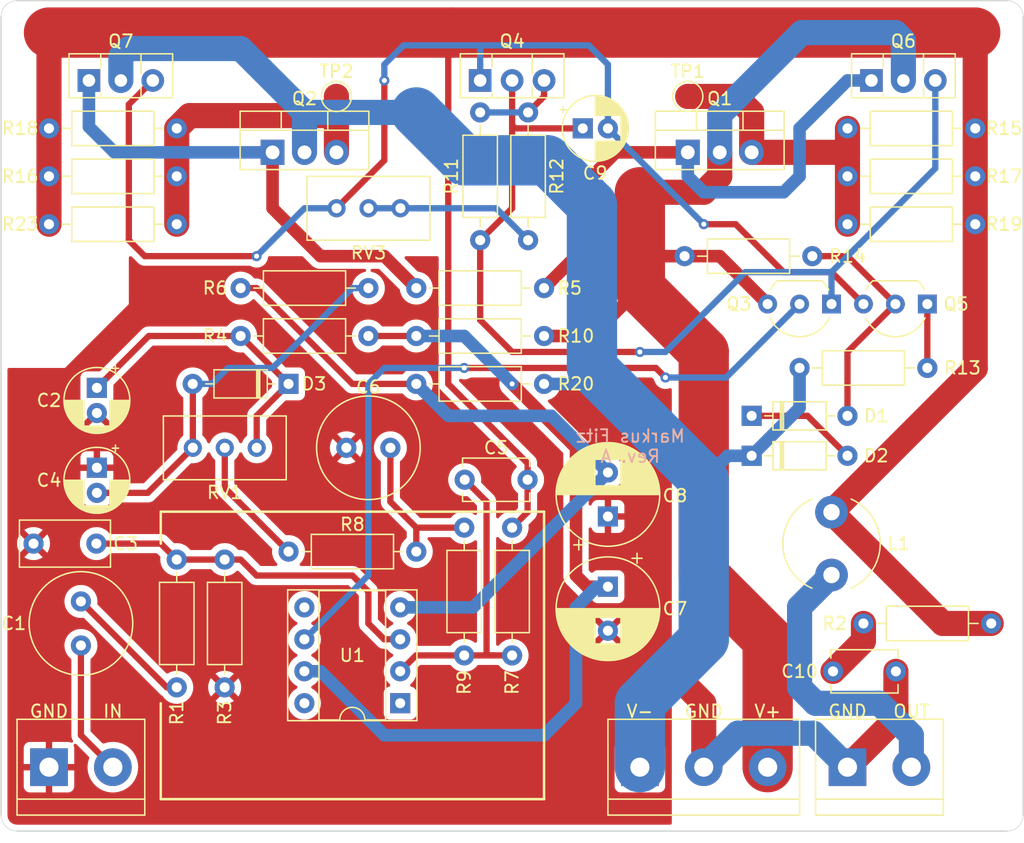
<source format=kicad_pcb>
(kicad_pcb (version 20221018) (generator pcbnew)
  (layers (0 "F.Cu" signal) (31 "B.Cu" signal) (34 "B.Paste" user) (35 "F.Paste" user) (36 "B.SilkS" user "B.Silkscreen") (37 "F.SilkS" user "F.Silkscreen") (38 "B.Mask" user) (39 "F.Mask" user) (44 "Edge.Cuts" user))
  (net 0 "")
  (net 1 "Net-(C1-Pad1)")
  (net 2 "Net-(C1-Pad2)")
  (net 3 "/in+")
  (net 4 "GND")
  (net 5 "/in-")
  (net 6 "V+")
  (net 7 "V-")
  (net 8 "/sig")
  (net 9 "Net-(Q4-Pad3)")
  (net 10 "Net-(Q5-Pad1)")
  (net 11 "/V+_filtered")
  (net 12 "/V-_filtered")
  (net 13 "Net-(R12-Pad2)")
  (net 17 "Net-(D1-Pad1)")
  (net 18 "Net-(D1-Pad2)")
  (net 19 "/out_prefilters")
  (net 20 "Net-(J2-Pad2)")
  (net 21 "Net-(C2-Pad1)")
  (net 22 "Net-(Q1-Pad1)")
  (net 23 "Net-(C4-Pad2)")
  (net 24 "Net-(Q2-Pad1)")
  (net 25 "Net-(C6-Pad2)")
  (net 26 "Net-(Q1-Pad3)")
  (net 27 "Net-(C9-Pad1)")
  (net 28 "Net-(C9-Pad2)")
  (net 29 "Net-(Q2-Pad3)")
  (net 30 "Net-(R8-Pad2)")
  (net 31 "Net-(C10-Pad2)")
  (footprint "Resistor_THT:R_Axial_DIN0207_L6.3mm_D2.5mm_P10.16mm_Horizontal" (layer "F.Cu") (at 144.78 64.77 90)
    (fp_text reference "R11" (at 5.08 -2.286 90) (layer "F.SilkS"))
    (fp_text value "2k7")
    (pad "1" thru_hole circle (at 0 0 90) (size 1.6 1.6) (drill 0.8) (layers "*.Cu" "*.Mask") (net 27 "Net-(C9-Pad1)"))
    (pad "2" thru_hole oval (at 10.16 0 90) (size 1.6 1.6) (drill 0.8) (layers "*.Cu" "*.Mask") (net 9 "Net-(Q4-Pad3)"))
  )
  (footprint "Potentiometer_THT:Potentiometer_Bourns_3296W_Vertical" (layer "F.Cu") (at 127.01 81.28)
    (fp_text reference "RV1" (at -2.55 3.556) (layer "F.SilkS"))
    (fp_text value "10k")
    (pad "1" thru_hole circle (at 0 0) (size 1.44 1.44) (drill 0.8) (layers "*.Cu" "*.Mask") (net 21 "Net-(C2-Pad1)"))
    (pad "2" thru_hole circle (at -2.54 0) (size 1.44 1.44) (drill 0.8) (layers "*.Cu" "*.Mask") (net 30 "Net-(R8-Pad2)"))
    (pad "3" thru_hole circle (at -5.08 0) (size 1.44 1.44) (drill 0.8) (layers "*.Cu" "*.Mask") (net 23 "Net-(C4-Pad2)"))
  )
  (footprint "Capacitor_THT:C_Disc_D5.1mm_W3.2mm_P5.00mm" (layer "F.Cu") (at 148.55 83.82 180)
    (fp_text reference "C5" (at 2.5 2.54) (layer "F.SilkS"))
    (fp_text value "10p")
    (pad "1" thru_hole circle (at 0 0 180) (size 1.6 1.6) (drill 0.8) (layers "*.Cu" "*.Mask") (net 19 "/out_prefilters"))
    (pad "2" thru_hole circle (at 5 0 180) (size 1.6 1.6) (drill 0.8) (layers "*.Cu" "*.Mask") (net 5 "/in-"))
  )
  (footprint "Capacitor_THT:C_Disc_D5.1mm_W3.2mm_P5.00mm" (layer "F.Cu") (at 177.84 99.06 180)
    (fp_text reference "C10" (at 7.66 0) (layer "F.SilkS"))
    (fp_text value "100n")
    (pad "1" thru_hole circle (at 0 0 180) (size 1.6 1.6) (drill 0.8) (layers "*.Cu" "*.Mask") (net 4 "GND"))
    (pad "2" thru_hole circle (at 5 0 180) (size 1.6 1.6) (drill 0.8) (layers "*.Cu" "*.Mask") (net 31 "Net-(C10-Pad2)"))
  )
  (footprint "Potentiometer_THT:Potentiometer_Bourns_3296W_Vertical" (layer "F.Cu") (at 138.44 62.23)
    (fp_text reference "RV3" (at -2.54 3.556) (layer "F.SilkS"))
    (fp_text value "2k")
    (pad "1" thru_hole circle (at 0 0) (size 1.44 1.44) (drill 0.8) (layers "*.Cu" "*.Mask") (net 13 "Net-(R12-Pad2)"))
    (pad "2" thru_hole circle (at -2.54 0) (size 1.44 1.44) (drill 0.8) (layers "*.Cu" "*.Mask") (net 13 "Net-(R12-Pad2)"))
    (pad "3" thru_hole circle (at -5.08 0) (size 1.44 1.44) (drill 0.8) (layers "*.Cu" "*.Mask") (net 28 "Net-(C9-Pad2)"))
  )
  (footprint "Package_TO_SOT_THT:TO-126-3_Vertical" (layer "F.Cu") (at 175.895 52.07)
    (fp_text reference "Q6" (at 2.54 -3.12) (layer "F.SilkS"))
    (fp_text value "BD139")
    (pad "1" thru_hole rect (at 0 0) (size 1.8 1.8) (drill 1) (layers "*.Cu" "*.Mask") (net 22 "Net-(Q1-Pad1)"))
    (pad "2" thru_hole oval (at 2.54 0) (size 1.8 1.8) (drill 1) (layers "*.Cu" "*.Mask") (net 6 "V+"))
    (pad "3" thru_hole oval (at 5.08 0) (size 1.8 1.8) (drill 1) (layers "*.Cu" "*.Mask") (net 27 "Net-(C9-Pad1)"))
  )
  (footprint "Resistor_THT:R_Axial_DIN0207_L6.3mm_D2.5mm_P10.16mm_Horizontal" (layer "F.Cu") (at 139.7 89.535 180)
    (fp_text reference "R8" (at 5.08 2.159) (layer "F.SilkS"))
    (fp_text value "27k")
    (pad "1" thru_hole circle (at 0 0 180) (size 1.6 1.6) (drill 0.8) (layers "*.Cu" "*.Mask") (net 25 "Net-(C6-Pad2)"))
    (pad "2" thru_hole oval (at 10.16 0 180) (size 1.6 1.6) (drill 0.8) (layers "*.Cu" "*.Mask") (net 30 "Net-(R8-Pad2)"))
  )
  (footprint "Resistor_THT:R_Axial_DIN0207_L6.3mm_D2.5mm_P10.16mm_Horizontal" (layer "F.Cu") (at 185.42 95.25 180)
    (fp_text reference "R2" (at 12.446 0) (layer "F.SilkS"))
    (fp_text value "10")
    (pad "1" thru_hole circle (at 0 0 180) (size 1.6 1.6) (drill 0.8) (layers "*.Cu" "*.Mask") (net 19 "/out_prefilters"))
    (pad "2" thru_hole oval (at 10.16 0 180) (size 1.6 1.6) (drill 0.8) (layers "*.Cu" "*.Mask") (net 31 "Net-(C10-Pad2)"))
  )
  (footprint "TestPoint:TestPoint_Pad_D2.0mm" (layer "F.Cu") (at 161.29 53.34)
    (fp_text reference "TP1" (at 0 -1.998) (layer "F.SilkS"))
    (fp_text value "TestPoint")
    (pad "1" smd circle (at 0 0) (size 2 2) (layers "F.Cu" "F.Mask") (net 26 "Net-(Q1-Pad3)"))
  )
  (footprint "Resistor_THT:R_Axial_DIN0207_L6.3mm_D2.5mm_P10.16mm_Horizontal" (layer "F.Cu") (at 149.86 68.58 180)
    (fp_text reference "R5" (at -2.032 0) (layer "F.SilkS"))
    (fp_text value "220")
    (pad "1" thru_hole circle (at 0 0 180) (size 1.6 1.6) (drill 0.8) (layers "*.Cu" "*.Mask") (net 22 "Net-(Q1-Pad1)"))
    (pad "2" thru_hole oval (at 10.16 0 180) (size 1.6 1.6) (drill 0.8) (layers "*.Cu" "*.Mask") (net 24 "Net-(Q2-Pad1)"))
  )
  (footprint "Resistor_THT:R_Axial_DIN0207_L6.3mm_D2.5mm_P10.16mm_Horizontal" (layer "F.Cu") (at 139.7 76.2)
    (fp_text reference "R20" (at 12.7 0) (layer "F.SilkS"))
    (fp_text value "120")
    (pad "1" thru_hole circle (at 0 0) (size 1.6 1.6) (drill 0.8) (layers "*.Cu" "*.Mask") (net 12 "/V-_filtered"))
    (pad "2" thru_hole oval (at 10.16 0) (size 1.6 1.6) (drill 0.8) (layers "*.Cu" "*.Mask") (net 7 "V-"))
  )
  (footprint "Capacitor_THT:CP_Radial_D5.0mm_P2.00mm" (layer "F.Cu") (at 114.3 82.864888 -90)
    (fp_text reference "C4" (at 1 3.81 180) (layer "F.SilkS"))
    (fp_text value "10u")
    (pad "1" thru_hole rect (at 0 0 270) (size 1.6 1.6) (drill 0.8) (layers "*.Cu" "*.Mask") (net 4 "GND"))
    (pad "2" thru_hole circle (at 2 0 270) (size 1.6 1.6) (drill 0.8) (layers "*.Cu" "*.Mask") (net 23 "Net-(C4-Pad2)"))
  )
  (footprint "Resistor_THT:R_Axial_DIN0207_L6.3mm_D2.5mm_P10.16mm_Horizontal" (layer "F.Cu") (at 125.73 72.39)
    (fp_text reference "R4" (at -2.032 0) (layer "F.SilkS"))
    (fp_text value "4k7")
    (pad "1" thru_hole circle (at 0 0) (size 1.6 1.6) (drill 0.8) (layers "*.Cu" "*.Mask") (net 21 "Net-(C2-Pad1)"))
    (pad "2" thru_hole oval (at 10.16 0) (size 1.6 1.6) (drill 0.8) (layers "*.Cu" "*.Mask") (net 11 "/V+_filtered"))
  )
  (footprint "Package_TO_SOT_THT:TO-92_Inline_Wide" (layer "F.Cu") (at 180.34 69.85 180)
    (fp_text reference "Q5" (at -2.286 0) (layer "F.SilkS"))
    (fp_text value "2n5551")
    (pad "1" thru_hole rect (at 0 0 180) (size 1.5 1.5) (drill 0.8) (layers "*.Cu" "*.Mask") (net 10 "Net-(Q5-Pad1)"))
    (pad "2" thru_hole circle (at 2.54 0 180) (size 1.5 1.5) (drill 0.8) (layers "*.Cu" "*.Mask") (net 18 "Net-(D1-Pad2)"))
    (pad "3" thru_hole circle (at 5.08 0 180) (size 1.5 1.5) (drill 0.8) (layers "*.Cu" "*.Mask") (net 28 "Net-(C9-Pad2)"))
  )
  (footprint "Resistor_THT:R_Axial_DIN0207_L6.3mm_D2.5mm_P10.16mm_Horizontal" (layer "F.Cu") (at 173.99 63.5)
    (fp_text reference "R19" (at 12.446 0) (layer "F.SilkS"))
    (fp_text value "1")
    (pad "1" thru_hole circle (at 0 0) (size 1.6 1.6) (drill 0.8) (layers "*.Cu" "*.Mask") (net 26 "Net-(Q1-Pad3)"))
    (pad "2" thru_hole oval (at 10.16 0) (size 1.6 1.6) (drill 0.8) (layers "*.Cu" "*.Mask") (net 19 "/out_prefilters"))
  )
  (footprint "Package_TO_SOT_THT:TO-126-3_Vertical" (layer "F.Cu") (at 144.78 52.07)
    (fp_text reference "Q4" (at 2.54 -3.12) (layer "F.SilkS"))
    (fp_text value "BD139")
    (pad "1" thru_hole rect (at 0 0) (size 1.8 1.8) (drill 1) (layers "*.Cu" "*.Mask") (net 28 "Net-(C9-Pad2)"))
    (pad "2" thru_hole oval (at 2.54 0) (size 1.8 1.8) (drill 1) (layers "*.Cu" "*.Mask") (net 27 "Net-(C9-Pad1)"))
    (pad "3" thru_hole oval (at 5.08 0) (size 1.8 1.8) (drill 1) (layers "*.Cu" "*.Mask") (net 9 "Net-(Q4-Pad3)"))
  )
  (footprint "Capacitor_THT:CP_Radial_D5.0mm_P2.00mm" (layer "F.Cu") (at 114.3 76.514888 -90)
    (fp_text reference "C2" (at 1 3.81 180) (layer "F.SilkS"))
    (fp_text value "10u")
    (pad "1" thru_hole rect (at 0 0 270) (size 1.6 1.6) (drill 0.8) (layers "*.Cu" "*.Mask") (net 21 "Net-(C2-Pad1)"))
    (pad "2" thru_hole circle (at 2 0 270) (size 1.6 1.6) (drill 0.8) (layers "*.Cu" "*.Mask") (net 4 "GND"))
  )
  (footprint "Resistor_THT:R_Axial_DIN0207_L6.3mm_D2.5mm_P10.16mm_Horizontal" (layer "F.Cu") (at 173.99 59.69)
    (fp_text reference "R17" (at 12.446 0) (layer "F.SilkS"))
    (fp_text value "1")
    (pad "1" thru_hole circle (at 0 0) (size 1.6 1.6) (drill 0.8) (layers "*.Cu" "*.Mask") (net 26 "Net-(Q1-Pad3)"))
    (pad "2" thru_hole oval (at 10.16 0) (size 1.6 1.6) (drill 0.8) (layers "*.Cu" "*.Mask") (net 19 "/out_prefilters"))
  )
  (footprint "Capacitor_THT:C_Radial_D8.0mm_H11.5mm_P3.50mm" (layer "F.Cu") (at 113.03 97 90)
    (fp_text reference "C1" (at 1.75 -5.334 180) (layer "F.SilkS"))
    (fp_text value "100u 6.3V np")
    (pad "1" thru_hole circle (at 0 0 90) (size 1.6 1.6) (drill 0.8) (layers "*.Cu" "*.Mask") (net 1 "Net-(C1-Pad1)"))
    (pad "2" thru_hole circle (at 3.5 0 90) (size 1.6 1.6) (drill 0.8) (layers "*.Cu" "*.Mask") (net 2 "Net-(C1-Pad2)"))
  )
  (footprint "Resistor_THT:R_Axial_DIN0207_L6.3mm_D2.5mm_P10.16mm_Horizontal" (layer "F.Cu") (at 110.49 63.5)
    (fp_text reference "R23" (at -2.286 0) (layer "F.SilkS"))
    (fp_text value "1")
    (pad "1" thru_hole circle (at 0 0) (size 1.6 1.6) (drill 0.8) (layers "*.Cu" "*.Mask") (net 19 "/out_prefilters"))
    (pad "2" thru_hole oval (at 10.16 0) (size 1.6 1.6) (drill 0.8) (layers "*.Cu" "*.Mask") (net 29 "Net-(Q2-Pad3)"))
  )
  (footprint "Resistor_THT:R_Axial_DIN0207_L6.3mm_D2.5mm_P10.16mm_Horizontal" (layer "F.Cu") (at 125.73 68.58)
    (fp_text reference "R6" (at -2.032 0) (layer "F.SilkS"))
    (fp_text value "4k7")
    (pad "1" thru_hole circle (at 0 0) (size 1.6 1.6) (drill 0.8) (layers "*.Cu" "*.Mask") (net 12 "/V-_filtered"))
    (pad "2" thru_hole oval (at 10.16 0) (size 1.6 1.6) (drill 0.8) (layers "*.Cu" "*.Mask") (net 23 "Net-(C4-Pad2)"))
  )
  (footprint "Diode_THT:D_DO-35_SOD27_P7.62mm_Horizontal" (layer "F.Cu") (at 166.37 78.74)
    (fp_text reference "D1" (at 9.906 0) (layer "F.SilkS"))
    (fp_text value "1N4148")
    (pad "1" thru_hole rect (at 0 0) (size 1.6 1.6) (drill 0.8) (layers "*.Cu" "*.Mask") (net 17 "Net-(D1-Pad1)"))
    (pad "2" thru_hole oval (at 7.62 0) (size 1.6 1.6) (drill 0.8) (layers "*.Cu" "*.Mask") (net 18 "Net-(D1-Pad2)"))
  )
  (footprint "Resistor_THT:R_Axial_DIN0207_L6.3mm_D2.5mm_P10.16mm_Horizontal" (layer "F.Cu") (at 110.49 59.69)
    (fp_text reference "R16" (at -2.286 0) (layer "F.SilkS"))
    (fp_text value "1")
    (pad "1" thru_hole circle (at 0 0) (size 1.6 1.6) (drill 0.8) (layers "*.Cu" "*.Mask") (net 19 "/out_prefilters"))
    (pad "2" thru_hole oval (at 10.16 0) (size 1.6 1.6) (drill 0.8) (layers "*.Cu" "*.Mask") (net 29 "Net-(Q2-Pad3)"))
  )
  (footprint "Resistor_THT:R_Axial_DIN0207_L6.3mm_D2.5mm_P10.16mm_Horizontal" (layer "F.Cu") (at 120.65 90.17 -90)
    (fp_text reference "R1" (at 12.192 0 90) (layer "F.SilkS"))
    (fp_text value "220")
    (pad "1" thru_hole circle (at 0 0 270) (size 1.6 1.6) (drill 0.8) (layers "*.Cu" "*.Mask") (net 3 "/in+"))
    (pad "2" thru_hole oval (at 10.16 0 270) (size 1.6 1.6) (drill 0.8) (layers "*.Cu" "*.Mask") (net 2 "Net-(C1-Pad2)"))
  )
  (footprint "MountingHole:MountingHole_3.2mm_M3" (layer "F.Cu") (at 182.88 88.9)
    (fp_text reference "H2")
    (fp_text value "MountingHole")
    (pad "" np_thru_hole circle (at 0 0) (size 3.2 3.2) (drill 3.2) (layers "*.Cu" "*.Mask"))
  )
  (footprint "Diode_THT:D_DO-35_SOD27_P7.62mm_Horizontal" (layer "F.Cu") (at 166.37 81.915)
    (fp_text reference "D2" (at 9.906 0) (layer "F.SilkS"))
    (fp_text value "1N4148")
    (pad "1" thru_hole rect (at 0 0) (size 1.6 1.6) (drill 0.8) (layers "*.Cu" "*.Mask") (net 7 "V-"))
    (pad "2" thru_hole oval (at 7.62 0) (size 1.6 1.6) (drill 0.8) (layers "*.Cu" "*.Mask") (net 17 "Net-(D1-Pad1)"))
  )
  (footprint "Inductor_THT:L_Radial_D7.5mm_P5.00mm_Fastron_07P" (layer "F.Cu") (at 172.72 86.4 -90)
    (fp_text reference "L1" (at 2.5 -5.334) (layer "F.SilkS"))
    (fp_text value "6u")
    (pad "1" thru_hole circle (at 0 0 270) (size 2.6 2.6) (drill 1.3) (layers "*.Cu" "*.Mask") (net 19 "/out_prefilters"))
    (pad "2" thru_hole circle (at 5 0 270) (size 2.6 2.6) (drill 1.3) (layers "*.Cu" "*.Mask") (net 20 "Net-(J2-Pad2)"))
  )
  (footprint "Resistor_THT:R_Axial_DIN0207_L6.3mm_D2.5mm_P10.16mm_Horizontal" (layer "F.Cu") (at 139.7 72.39)
    (fp_text reference "R10" (at 12.7 0) (layer "F.SilkS"))
    (fp_text value "120")
    (pad "1" thru_hole circle (at 0 0) (size 1.6 1.6) (drill 0.8) (layers "*.Cu" "*.Mask") (net 11 "/V+_filtered"))
    (pad "2" thru_hole oval (at 10.16 0) (size 1.6 1.6) (drill 0.8) (layers "*.Cu" "*.Mask") (net 6 "V+"))
  )
  (footprint "Package_TO_SOT_THT:TO-126-3_Vertical" (layer "F.Cu") (at 113.665 52.07)
    (fp_text reference "Q7" (at 2.54 -3.12) (layer "F.SilkS"))
    (fp_text value "BD140")
    (pad "1" thru_hole rect (at 0 0) (size 1.8 1.8) (drill 1) (layers "*.Cu" "*.Mask") (net 24 "Net-(Q2-Pad1)"))
    (pad "2" thru_hole oval (at 2.54 0) (size 1.8 1.8) (drill 1) (layers "*.Cu" "*.Mask") (net 7 "V-"))
    (pad "3" thru_hole oval (at 5.08 0) (size 1.8 1.8) (drill 1) (layers "*.Cu" "*.Mask") (net 28 "Net-(C9-Pad2)"))
  )
  (footprint "Resistor_THT:R_Axial_DIN0207_L6.3mm_D2.5mm_P10.16mm_Horizontal" (layer "F.Cu") (at 147.32 87.63 -90)
    (fp_text reference "R7" (at 12.319 0 90) (layer "F.SilkS"))
    (fp_text value "10k")
    (pad "1" thru_hole circle (at 0 0 270) (size 1.6 1.6) (drill 0.8) (layers "*.Cu" "*.Mask") (net 19 "/out_prefilters"))
    (pad "2" thru_hole oval (at 10.16 0 270) (size 1.6 1.6) (drill 0.8) (layers "*.Cu" "*.Mask") (net 5 "/in-"))
  )
  (footprint "Package_TO_SOT_THT:TO-220-3_Vertical" (layer "F.Cu") (at 128.27 57.785)
    (fp_text reference "Q2" (at 2.54 -4.27) (layer "F.SilkS"))
    (fp_text value "TIP42C")
    (pad "1" thru_hole rect (at 0 0) (size 1.905 2) (drill 1.1) (layers "*.Cu" "*.Mask") (net 24 "Net-(Q2-Pad1)"))
    (pad "2" thru_hole oval (at 2.54 0) (size 1.905 2) (drill 1.1) (layers "*.Cu" "*.Mask") (net 7 "V-"))
    (pad "3" thru_hole oval (at 5.08 0) (size 1.905 2) (drill 1.1) (layers "*.Cu" "*.Mask") (net 29 "Net-(Q2-Pad3)"))
  )
  (footprint "Capacitor_THT:C_Rect_L7.0mm_W3.5mm_P5.00mm" (layer "F.Cu") (at 114.26 88.9 180)
    (fp_text reference "C3" (at -2.326 0) (layer "F.SilkS"))
    (fp_text value "1n")
    (pad "1" thru_hole circle (at 0 0 180) (size 1.6 1.6) (drill 0.8) (layers "*.Cu" "*.Mask") (net 3 "/in+"))
    (pad "2" thru_hole circle (at 5 0 180) (size 1.6 1.6) (drill 0.8) (layers "*.Cu" "*.Mask") (net 4 "GND"))
  )
  (footprint "Resistor_THT:R_Axial_DIN0207_L6.3mm_D2.5mm_P10.16mm_Horizontal" (layer "F.Cu") (at 124.46 100.33 90)
    (fp_text reference "R3" (at -2.032 0 90) (layer "F.SilkS"))
    (fp_text value "10k")
    (pad "1" thru_hole circle (at 0 0 90) (size 1.6 1.6) (drill 0.8) (layers "*.Cu" "*.Mask") (net 4 "GND"))
    (pad "2" thru_hole oval (at 10.16 0 90) (size 1.6 1.6) (drill 0.8) (layers "*.Cu" "*.Mask") (net 3 "/in+"))
  )
  (footprint "Resistor_THT:R_Axial_DIN0207_L6.3mm_D2.5mm_P10.16mm_Horizontal" (layer "F.Cu") (at 143.51 97.79 90)
    (fp_text reference "R9" (at -2.159 0 90) (layer "F.SilkS"))
    (fp_text value "500")
    (pad "1" thru_hole circle (at 0 0 90) (size 1.6 1.6) (drill 0.8) (layers "*.Cu" "*.Mask") (net 5 "/in-"))
    (pad "2" thru_hole oval (at 10.16 0 90) (size 1.6 1.6) (drill 0.8) (layers "*.Cu" "*.Mask") (net 25 "Net-(C6-Pad2)"))
  )
  (footprint "Package_TO_SOT_THT:TO-92_Inline_Wide" (layer "F.Cu") (at 172.72 69.85 180)
    (fp_text reference "Q3" (at 7.366 0) (layer "F.SilkS"))
    (fp_text value "2n5551")
    (pad "1" thru_hole rect (at 0 0 180) (size 1.5 1.5) (drill 0.8) (layers "*.Cu" "*.Mask") (net 27 "Net-(C9-Pad1)"))
    (pad "2" thru_hole circle (at 2.54 0 180) (size 1.5 1.5) (drill 0.8) (layers "*.Cu" "*.Mask") (net 8 "/sig"))
    (pad "3" thru_hole circle (at 5.08 0 180) (size 1.5 1.5) (drill 0.8) (layers "*.Cu" "*.Mask") (net 6 "V+"))
  )
  (footprint "TerminalBlock:TerminalBlock_bornier-3_P5.08mm" (layer "F.Cu") (at 157.48 106.68)
    (fp_text reference "J3")
    (fp_text value "Screw_Terminal_01x03")
    (pad "1" thru_hole rect (at 0 0) (size 3 3) (drill 1.52) (layers "*.Cu" "*.Mask") (net 7 "V-"))
    (pad "2" thru_hole circle (at 5.08 0) (size 3 3) (drill 1.52) (layers "*.Cu" "*.Mask") (net 4 "GND"))
    (pad "3" thru_hole circle (at 10.16 0) (size 3 3) (drill 1.52) (layers "*.Cu" "*.Mask") (net 6 "V+"))
  )
  (footprint "Package_DIP:DIP-8_W7.62mm_Socket" (layer "F.Cu") (at 138.42 101.59 180)
    (fp_text reference "U1" (at 3.81 3.8) (layer "F.SilkS"))
    (fp_text value "OpAmp")
    (pad "1" thru_hole rect (at 0 0 180) (size 1.6 1.6) (drill 0.8) (layers "*.Cu" "*.Mask"))
    (pad "2" thru_hole oval (at 0 2.54 180) (size 1.6 1.6) (drill 0.8) (layers "*.Cu" "*.Mask") (net 5 "/in-"))
    (pad "3" thru_hole oval (at 0 5.08 180) (size 1.6 1.6) (drill 0.8) (layers "*.Cu" "*.Mask") (net 3 "/in+"))
    (pad "4" thru_hole oval (at 0 7.62 180) (size 1.6 1.6) (drill 0.8) (layers "*.Cu" "*.Mask") (net 12 "/V-_filtered"))
    (pad "5" thru_hole oval (at 7.62 7.62 180) (size 1.6 1.6) (drill 0.8) (layers "*.Cu" "*.Mask"))
    (pad "6" thru_hole oval (at 7.62 5.08 180) (size 1.6 1.6) (drill 0.8) (layers "*.Cu" "*.Mask") (net 8 "/sig"))
    (pad "7" thru_hole oval (at 7.62 2.54 180) (size 1.6 1.6) (drill 0.8) (layers "*.Cu" "*.Mask") (net 11 "/V+_filtered"))
    (pad "8" thru_hole oval (at 7.62 0 180) (size 1.6 1.6) (drill 0.8) (layers "*.Cu" "*.Mask"))
  )
  (footprint "Capacitor_THT:CP_Radial_D8.0mm_P3.50mm" (layer "F.Cu") (at 154.94 86.742651 90)
    (fp_text reference "C8" (at 1.652651 5.334 180) (layer "F.SilkS"))
    (fp_text value "100u 50V")
    (pad "1" thru_hole rect (at 0 0 90) (size 1.6 1.6) (drill 0.8) (layers "*.Cu" "*.Mask") (net 4 "GND"))
    (pad "2" thru_hole circle (at 3.5 0 90) (size 1.6 1.6) (drill 0.8) (layers "*.Cu" "*.Mask") (net 12 "/V-_filtered"))
  )
  (footprint "TerminalBlock:TerminalBlock_bornier-2_P5.08mm" (layer "F.Cu") (at 110.49 106.68)
    (fp_text reference "J1")
    (fp_text value "in")
    (pad "1" thru_hole rect (at 0 0) (size 3 3) (drill 1.52) (layers "*.Cu" "*.Mask") (net 4 "GND"))
    (pad "2" thru_hole circle (at 5.08 0) (size 3 3) (drill 1.52) (layers "*.Cu" "*.Mask") (net 1 "Net-(C1-Pad1)"))
  )
  (footprint "Resistor_THT:R_Axial_DIN0207_L6.3mm_D2.5mm_P10.16mm_Horizontal" (layer "F.Cu") (at 110.49 55.88)
    (fp_text reference "R18" (at -2.286 0) (layer "F.SilkS"))
    (fp_text value "1")
    (pad "1" thru_hole circle (at 0 0) (size 1.6 1.6) (drill 0.8) (layers "*.Cu" "*.Mask") (net 19 "/out_prefilters"))
    (pad "2" thru_hole oval (at 10.16 0) (size 1.6 1.6) (drill 0.8) (layers "*.Cu" "*.Mask") (net 29 "Net-(Q2-Pad3)"))
  )
  (footprint "Capacitor_THT:CP_Radial_D8.0mm_P3.50mm" (layer "F.Cu") (at 154.94 92.327349 -90)
    (fp_text reference "C7" (at 1.75 -5.334 180) (layer "F.SilkS"))
    (fp_text value "100u 50V")
    (pad "1" thru_hole rect (at 0 0 270) (size 1.6 1.6) (drill 0.8) (layers "*.Cu" "*.Mask") (net 11 "/V+_filtered"))
    (pad "2" thru_hole circle (at 3.5 0 270) (size 1.6 1.6) (drill 0.8) (layers "*.Cu" "*.Mask") (net 4 "GND"))
  )
  (footprint "MountingHole:MountingHole_3.2mm_M3" (layer "F.Cu") (at 111.76 69.85)
    (fp_text reference "H1")
    (fp_text value "MountingHole")
    (pad "" np_thru_hole circle (at 0 0) (size 3.2 3.2) (drill 3.2) (layers "*.Cu" "*.Mask"))
  )
  (footprint "Capacitor_THT:C_Radial_D8.0mm_H11.5mm_P3.50mm" (layer "F.Cu") (at 134.14 81.28)
    (fp_text reference "C6" (at 1.75 -4.826) (layer "F.SilkS"))
    (fp_text value "100u 6.3V np")
    (pad "1" thru_hole circle (at 0 0) (size 1.6 1.6) (drill 0.8) (layers "*.Cu" "*.Mask") (net 4 "GND"))
    (pad "2" thru_hole circle (at 3.5 0) (size 1.6 1.6) (drill 0.8) (layers "*.Cu" "*.Mask") (net 25 "Net-(C6-Pad2)"))
  )
  (footprint "Package_TO_SOT_THT:TO-220-3_Vertical" (layer "F.Cu") (at 161.29 57.785)
    (fp_text reference "Q1" (at 2.54 -4.27) (layer "F.SilkS"))
    (fp_text value "TIP41C")
    (pad "1" thru_hole rect (at 0 0) (size 1.905 2) (drill 1.1) (layers "*.Cu" "*.Mask") (net 22 "Net-(Q1-Pad1)"))
    (pad "2" thru_hole oval (at 2.54 0) (size 1.905 2) (drill 1.1) (layers "*.Cu" "*.Mask") (net 6 "V+"))
    (pad "3" thru_hole oval (at 5.08 0) (size 1.905 2) (drill 1.1) (layers "*.Cu" "*.Mask") (net 26 "Net-(Q1-Pad3)"))
  )
  (footprint "Capacitor_THT:CP_Radial_D5.0mm_P2.00mm" (layer "F.Cu") (at 152.94 55.88)
    (fp_text reference "C9" (at 0.984 3.556 180) (layer "F.SilkS"))
    (fp_text value "10u")
    (pad "1" thru_hole rect (at 0 0) (size 1.6 1.6) (drill 0.8) (layers "*.Cu" "*.Mask") (net 27 "Net-(C9-Pad1)"))
    (pad "2" thru_hole circle (at 2 0) (size 1.6 1.6) (drill 0.8) (layers "*.Cu" "*.Mask") (net 28 "Net-(C9-Pad2)"))
  )
  (footprint "TestPoint:TestPoint_Pad_D2.0mm" (layer "F.Cu") (at 133.35 53.34)
    (fp_text reference "TP2" (at 0 -1.998) (layer "F.SilkS"))
    (fp_text value "TestPoint")
    (pad "1" smd circle (at 0 0) (size 2 2) (layers "F.Cu" "F.Mask") (net 29 "Net-(Q2-Pad3)"))
  )
  (footprint "Diode_THT:D_DO-35_SOD27_P7.62mm_Horizontal" (layer "F.Cu") (at 129.54 76.2 180)
    (fp_text reference "D3" (at -2.032 0) (layer "F.SilkS"))
    (fp_text value "Zener_6.2V")
    (pad "1" thru_hole rect (at 0 0 180) (size 1.6 1.6) (drill 0.8) (layers "*.Cu" "*.Mask") (net 21 "Net-(C2-Pad1)"))
    (pad "2" thru_hole oval (at 7.62 0 180) (size 1.6 1.6) (drill 0.8) (layers "*.Cu" "*.Mask") (net 23 "Net-(C4-Pad2)"))
  )
  (footprint "Resistor_THT:R_Axial_DIN0207_L6.3mm_D2.5mm_P10.16mm_Horizontal" (layer "F.Cu") (at 173.99 55.88)
    (fp_text reference "R15" (at 12.446 0) (layer "F.SilkS"))
    (fp_text value "1")
    (pad "1" thru_hole circle (at 0 0) (size 1.6 1.6) (drill 0.8) (layers "*.Cu" "*.Mask") (net 26 "Net-(Q1-Pad3)"))
    (pad "2" thru_hole oval (at 10.16 0) (size 1.6 1.6) (drill 0.8) (layers "*.Cu" "*.Mask") (net 19 "/out_prefilters"))
  )
  (footprint "Resistor_THT:R_Axial_DIN0207_L6.3mm_D2.5mm_P10.16mm_Horizontal" (layer "F.Cu") (at 180.34 74.93 180)
    (fp_text reference "R13" (at -2.794 0) (layer "F.SilkS"))
    (fp_text value "120")
    (pad "1" thru_hole circle (at 0 0 180) (size 1.6 1.6) (drill 0.8) (layers "*.Cu" "*.Mask") (net 10 "Net-(Q5-Pad1)"))
    (pad "2" thru_hole oval (at 10.16 0 180) (size 1.6 1.6) (drill 0.8) (layers "*.Cu" "*.Mask") (net 7 "V-"))
  )
  (footprint "Resistor_THT:R_Axial_DIN0207_L6.3mm_D2.5mm_P10.16mm_Horizontal" (layer "F.Cu") (at 161.036 66.04)
    (fp_text reference "R14" (at 12.954 0) (layer "F.SilkS"))
    (fp_text value "27k")
    (pad "1" thru_hole circle (at 0 0) (size 1.6 1.6) (drill 0.8) (layers "*.Cu" "*.Mask") (net 6 "V+"))
    (pad "2" thru_hole oval (at 10.16 0) (size 1.6 1.6) (drill 0.8) (layers "*.Cu" "*.Mask") (net 18 "Net-(D1-Pad2)"))
  )
  (footprint "TerminalBlock:TerminalBlock_bornier-2_P5.08mm" (layer "F.Cu") (at 173.99 106.68)
    (fp_text reference "J2")
    (fp_text value "out")
    (pad "1" thru_hole rect (at 0 0) (size 3 3) (drill 1.52) (layers "*.Cu" "*.Mask") (net 4 "GND"))
    (pad "2" thru_hole circle (at 5.08 0) (size 3 3) (drill 1.52) (layers "*.Cu" "*.Mask") (net 20 "Net-(J2-Pad2)"))
  )
  (footprint "Resistor_THT:R_Axial_DIN0207_L6.3mm_D2.5mm_P10.16mm_Horizontal" (layer "F.Cu") (at 148.59 54.61 -90)
    (fp_text reference "R12" (at 5.08 -2.286 90) (layer "F.SilkS"))
    (fp_text value "120")
    (pad "1" thru_hole circle (at 0 0 270) (size 1.6 1.6) (drill 0.8) (layers "*.Cu" "*.Mask") (net 9 "Net-(Q4-Pad3)"))
    (pad "2" thru_hole oval (at 10.16 0 270) (size 1.6 1.6) (drill 0.8) (layers "*.Cu" "*.Mask") (net 13 "Net-(R12-Pad2)"))
  )
  (gr_line (start 119.38 109.22) (end 149.86 109.22) (stroke (width 0.2)) (layer "F.SilkS"))
  (gr_line (start 119.38 86.36) (end 119.38 88.9) (stroke (width 0.2)) (layer "F.SilkS"))
  (gr_line (start 149.86 86.36) (end 119.38 86.36) (stroke (width 0.2)) (layer "F.SilkS"))
  (gr_line (start 149.86 109.22) (end 149.86 86.36) (stroke (width 0.2)) (layer "F.SilkS"))
  (gr_line (start 119.38 109.22) (end 119.38 101.6) (stroke (width 0.2)) (layer "F.SilkS"))
  (gr_line (start 149.86 109.22) (end 149.86 109.22) (stroke (width 0.2)) (layer "F.SilkS"))
  (gr_line (start 187.96 46.999026) (end 187.96 110.49) (stroke (width 0.1)) (layer "Edge.Cuts"))
  (gr_arc (start 107.95 111.76) (mid 107.051974 111.388026) (end 106.68 110.49) (stroke (width 0.05)) (layer "Edge.Cuts"))
  (gr_arc (start 186.69 45.72) (mid 187.591211 46.095171) (end 187.959968 46.999026) (stroke (width 0.05)) (layer "Edge.Cuts"))
  (gr_arc (start 187.96 110.49) (mid 187.588026 111.388026) (end 186.69 111.76) (stroke (width 0.05)) (layer "Edge.Cuts"))
  (gr_line (start 107.95 45.72) (end 186.69 45.72) (stroke (width 0.1)) (layer "Edge.Cuts"))
  (gr_line (start 186.69 111.76) (end 107.95 111.76) (stroke (width 0.1)) (layer "Edge.Cuts"))
  (gr_line (start 106.68 110.49) (end 106.68 46.99) (stroke (width 0.1)) (layer "Edge.Cuts"))
  (gr_arc (start 106.68 46.99) (mid 107.051974 46.091974) (end 107.95 45.72) (stroke (width 0.05)) (layer "Edge.Cuts"))
  (gr_text "Markus Fitz\nRev. A" (at 156.718 81.154651) (layer "B.SilkS") (effects (font (size 1 1)) (justify mirror)))
  (gr_text "IN\n" (at 115.57 102.235) (layer "F.SilkS") (effects (font (size 1 1))))
  (gr_text "OUT" (at 179.07 102.235) (layer "F.SilkS") (effects (font (size 1 1))))
  (gr_text "GND" (at 173.99 102.235) (layer "F.SilkS") (effects (font (size 1 1))))
  (gr_text "GND" (at 110.49 102.235) (layer "F.SilkS") (effects (font (size 1 1))))
  (gr_text "V-" (at 157.48 102.235) (layer "F.SilkS") (effects (font (size 1 1))))
  (gr_text "V+" (at 167.64 102.235) (layer "F.SilkS") (effects (font (size 1 1))))
  (gr_text "GND" (at 162.56 102.235) (layer "F.SilkS") (effects (font (size 1 1))))
  (segment (start 113.03 104.14) (end 115.57 106.68) (width 0.5) (layer "F.Cu") (net 1))
  (segment (start 113.03 97) (end 113.03 104.14) (width 0.5) (layer "F.Cu") (net 1))
  (segment (start 119.86 100.33) (end 120.65 100.33) (width 0.5) (layer "F.Cu") (net 2))
  (segment (start 113.03 93.5) (end 119.86 100.33) (width 0.5) (layer "F.Cu") (net 2))
  (segment (start 127 91.44) (end 134.62 91.44) (width 0.5) (layer "F.Cu") (net 3))
  (segment (start 135.89 92.71) (end 135.89 95.25) (width 0.5) (layer "F.Cu") (net 3))
  (segment (start 137.15 96.51) (end 138.42 96.51) (width 0.5) (layer "F.Cu") (net 3))
  (segment (start 134.62 91.44) (end 135.89 92.71) (width 0.5) (layer "F.Cu") (net 3))
  (segment (start 114.26 88.9) (end 119.38 88.9) (width 0.5) (layer "F.Cu") (net 3))
  (segment (start 135.89 95.25) (end 137.15 96.51) (width 0.5) (layer "F.Cu") (net 3))
  (segment (start 119.38 88.9) (end 120.65 90.17) (width 0.5) (layer "F.Cu") (net 3))
  (segment (start 125.73 90.17) (end 127 91.44) (width 0.5) (layer "F.Cu") (net 3))
  (segment (start 120.65 90.17) (end 125.73 90.17) (width 0.5) (layer "F.Cu") (net 3))
  (segment (start 160.02 99.06) (end 157.48 99.06) (width 2) (layer "F.Cu") (net 4))
  (segment (start 177.84 99.06) (end 177.84 102.83) (width 2) (layer "F.Cu") (net 4))
  (segment (start 162.56 101.6) (end 160.02 99.06) (width 2) (layer "F.Cu") (net 4))
  (segment (start 162.56 106.68) (end 162.56 101.6) (width 2) (layer "F.Cu") (net 4))
  (segment (start 177.84 102.83) (end 173.99 106.68) (width 2) (layer "F.Cu") (net 4))
  (segment (start 162.56 106.68) (end 165.259511 103.980489) (width 2) (layer "B.Cu") (net 4))
  (segment (start 165.259511 103.980489) (end 171.290489 103.980489) (width 2) (layer "B.Cu") (net 4))
  (segment (start 171.290489 103.980489) (end 173.99 106.68) (width 2) (layer "B.Cu") (net 4))
  (segment (start 147.32 97.79) (end 139.68 97.79) (width 0.5) (layer "F.Cu") (net 5))
  (segment (start 145.923 97.79) (end 145.288 97.79) (width 0.5) (layer "F.Cu") (net 5))
  (segment (start 139.68 97.79) (end 138.42 99.05) (width 0.5) (layer "F.Cu") (net 5))
  (segment (start 145.288 85.558) (end 143.55 83.82) (width 0.5) (layer "F.Cu") (net 5))
  (segment (start 145.288 97.79) (end 145.288 85.558) (width 0.5) (layer "F.Cu") (net 5))
  (segment (start 167.64 106.68) (end 167.64 96.52) (width 4) (layer "F.Cu") (net 6))
  (segment (start 163.83 57.785) (end 163.83 59.69) (width 2) (layer "F.Cu") (net 6))
  (segment (start 163.83 66.04) (end 167.64 69.85) (width 1) (layer "F.Cu") (net 6))
  (segment (start 149.86 72.39) (end 153.67 72.39) (width 1) (layer "F.Cu") (net 6))
  (segment (start 157.48 64.77) (end 157.48 60.96) (width 4) (layer "F.Cu") (net 6))
  (segment (start 162.56 91.44) (end 162.56 73.66) (width 4) (layer "F.Cu") (net 6))
  (segment (start 161.036 66.04) (end 163.83 66.04) (width 1) (layer "F.Cu") (net 6))
  (segment (start 163.83 59.69) (end 162.56 60.96) (width 2) (layer "F.Cu") (net 6))
  (segment (start 161.036 66.04) (end 158.75 66.04) (width 1) (layer "F.Cu") (net 6))
  (segment (start 157.48 68.58) (end 157.48 64.77) (width 4) (layer "F.Cu") (net 6))
  (segment (start 158.75 66.04) (end 157.48 64.77) (width 1) (layer "F.Cu") (net 6))
  (segment (start 153.67 72.39) (end 157.48 68.58) (width 1) (layer "F.Cu") (net 6))
  (segment (start 157.48 68.58) (end 162.56 73.66) (width 4) (layer "F.Cu") (net 6))
  (segment (start 167.64 96.52) (end 162.56 91.44) (width 4) (layer "F.Cu") (net 6))
  (segment (start 162.56 60.96) (end 157.48 60.96) (width 2) (layer "F.Cu") (net 6))
  (segment (start 170.355 48.26) (end 177.8 48.26) (width 2) (layer "B.Cu") (net 6))
  (segment (start 177.8 48.26) (end 178.435 48.895) (width 2) (layer "B.Cu") (net 6))
  (segment (start 178.435 48.895) (end 178.435 52.07) (width 2) (layer "B.Cu") (net 6))
  (segment (start 163.83 57.785) (end 163.83 54.785) (width 2) (layer "B.Cu") (net 6))
  (segment (start 163.83 54.785) (end 170.355 48.26) (width 2) (layer "B.Cu") (net 6))
  (segment (start 150.114 58.42) (end 143.51 58.42) (width 4) (layer "B.Cu") (net 7))
  (segment (start 164.465 81.915) (end 162.56 83.82) (width 1) (layer "B.Cu") (net 7))
  (segment (start 130.81 57.785) (end 130.81 54.61) (width 2) (layer "B.Cu") (net 7))
  (segment (start 130.81 54.61) (end 125.73 49.53) (width 2) (layer "B.Cu") (net 7))
  (segment (start 157.48 106.68) (end 157.48 101.6) (width 4) (layer "B.Cu") (net 7))
  (segment (start 153.67 61.976) (end 150.114 58.42) (width 4) (layer "B.Cu") (net 7))
  (segment (start 162.56 83.82) (end 153.67 74.93) (width 4) (layer "B.Cu") (net 7))
  (segment (start 116.205 50.165) (end 116.205 52.07) (width 2) (layer "B.Cu") (net 7))
  (segment (start 157.48 101.6) (end 162.56 96.52) (width 4) (layer "B.Cu") (net 7))
  (segment (start 166.37 81.915) (end 170.18 78.105) (width 1) (layer "B.Cu") (net 7))
  (segment (start 125.73 49.53) (end 116.84 49.53) (width 2) (layer "B.Cu") (net 7))
  (segment (start 149.86 76.2) (end 152.4 76.2) (width 1) (layer "B.Cu") (net 7))
  (segment (start 152.4 76.2) (end 153.67 74.93) (width 1) (layer "B.Cu") (net 7))
  (segment (start 130.81 54.61) (end 139.7 54.61) (width 2) (layer "B.Cu") (net 7))
  (segment (start 143.51 58.42) (end 139.7 54.61) (width 4) (layer "B.Cu") (net 7))
  (segment (start 170.18 78.105) (end 170.18 74.93) (width 1) (layer "B.Cu") (net 7))
  (segment (start 153.67 74.93) (end 153.67 61.976) (width 4) (layer "B.Cu") (net 7))
  (segment (start 116.84 49.53) (end 116.205 50.165) (width 2) (layer "B.Cu") (net 7))
  (segment (start 166.37 81.915) (end 164.465 81.915) (width 1) (layer "B.Cu") (net 7))
  (segment (start 162.56 96.52) (end 162.56 83.82) (width 4) (layer "B.Cu") (net 7))
  (segment (start 158.75 74.93) (end 159.512 75.692) (width 0.5) (layer "F.Cu") (net 8))
  (segment (start 143.51 74.93) (end 158.75 74.93) (width 0.5) (layer "F.Cu") (net 8))
  (via (at 159.512 75.692) (size 0.8) (drill 0.4) (layers "F.Cu" "B.Cu") (net 8))
  (via (at 143.51 74.93) (size 0.8) (drill 0.4) (layers "F.Cu" "B.Cu") (net 8))
  (segment (start 170.18 69.85) (end 164.338 75.692) (width 0.5) (layer "B.Cu") (net 8))
  (segment (start 143.51 74.93) (end 137.16 74.93) (width 0.5) (layer "B.Cu") (net 8))
  (segment (start 135.89 91.42) (end 130.8 96.51) (width 0.5) (layer "B.Cu") (net 8))
  (segment (start 135.89 76.2) (end 135.89 91.42) (width 0.5) (layer "B.Cu") (net 8))
  (segment (start 164.338 75.692) (end 159.512 75.692) (width 0.5) (layer "B.Cu") (net 8))
  (segment (start 137.16 74.93) (end 135.89 76.2) (width 0.5) (layer "B.Cu") (net 8))
  (segment (start 149.86 52.07) (end 149.86 53.34) (width 0.5) (layer "F.Cu") (net 9))
  (segment (start 149.86 53.34) (end 148.59 54.61) (width 0.5) (layer "F.Cu") (net 9))
  (segment (start 144.78 54.61) (end 148.59 54.61) (width 0.5) (layer "B.Cu") (net 9))
  (segment (start 180.34 69.85) (end 180.34 74.93) (width 0.5) (layer "F.Cu") (net 10))
  (segment (start 153.287349 92.327349) (end 154.94 92.327349) (width 1) (layer "F.Cu") (net 11))
  (segment (start 135.89 72.39) (end 139.7 72.39) (width 0.5) (layer "F.Cu") (net 11))
  (segment (start 152.4 91.44) (end 153.287349 92.327349) (width 1) (layer "F.Cu") (net 11))
  (segment (start 147.32 76.2) (end 152.4 81.28) (width 1) (layer "F.Cu") (net 11))
  (segment (start 152.4 81.28) (end 152.4 91.44) (width 1) (layer "F.Cu") (net 11))
  (via (at 147.32 76.2) (size 0.8) (drill 0.4) (layers "F.Cu" "B.Cu") (net 11))
  (segment (start 139.7 72.39) (end 143.51 72.39) (width 1) (layer "B.Cu") (net 11))
  (segment (start 132.07 99.05) (end 130.8 99.05) (width 1) (layer "B.Cu") (net 11))
  (segment (start 137.16 104.14) (end 132.07 99.05) (width 1) (layer "B.Cu") (net 11))
  (segment (start 149.86 104.14) (end 137.16 104.14) (width 1) (layer "B.Cu") (net 11))
  (segment (start 152.4 93.98) (end 152.4 101.6) (width 1) (layer "B.Cu") (net 11))
  (segment (start 154.94 92.327349) (end 154.052651 92.327349) (width 1) (layer "B.Cu") (net 11))
  (segment (start 154.052651 92.327349) (end 152.4 93.98) (width 1) (layer "B.Cu") (net 11))
  (segment (start 143.51 72.39) (end 147.32 76.2) (width 1) (layer "B.Cu") (net 11))
  (segment (start 152.4 101.6) (end 149.86 104.14) (width 1) (layer "B.Cu") (net 11))
  (segment (start 134.62 76.2) (end 139.7 76.2) (width 0.5) (layer "F.Cu") (net 12))
  (segment (start 125.73 68.58) (end 127 68.58) (width 0.5) (layer "F.Cu") (net 12))
  (segment (start 127 68.58) (end 134.62 76.2) (width 0.5) (layer "F.Cu") (net 12))
  (segment (start 142.24 78.74) (end 150.437349 78.74) (width 1) (layer "B.Cu") (net 12))
  (segment (start 154.94 83.242651) (end 144.212651 93.97) (width 1) (layer "B.Cu") (net 12))
  (segment (start 139.7 76.2) (end 142.24 78.74) (width 1) (layer "B.Cu") (net 12))
  (segment (start 150.437349 78.74) (end 154.94 83.242651) (width 1) (layer "B.Cu") (net 12))
  (segment (start 144.212651 93.97) (end 138.42 93.97) (width 1) (layer "B.Cu") (net 12))
  (segment (start 146.05 62.23) (end 148.59 64.77) (width 0.5) (layer "B.Cu") (net 13))
  (segment (start 139.71 62.23) (end 140.716 62.23) (width 0.5) (layer "B.Cu") (net 13))
  (segment (start 135.9 62.23) (end 140.716 62.23) (width 0.5) (layer "B.Cu") (net 13))
  (segment (start 140.716 62.23) (end 146.05 62.23) (width 0.5) (layer "B.Cu") (net 13))
  (segment (start 166.37 78.74) (end 170.815 78.74) (width 0.5) (layer "F.Cu") (net 17))
  (segment (start 170.815 78.74) (end 173.99 81.915) (width 0.5) (layer "F.Cu") (net 17))
  (segment (start 173.99 66.04) (end 177.8 69.85) (width 0.5) (layer "F.Cu") (net 18))
  (segment (start 171.196 66.04) (end 173.99 66.04) (width 0.5) (layer "F.Cu") (net 18))
  (segment (start 177.8 69.85) (end 173.99 73.66) (width 0.5) (layer "F.Cu") (net 18))
  (segment (start 173.99 73.66) (end 173.99 78.74) (width 0.5) (layer "F.Cu") (net 18))
  (segment (start 110.49 48.26) (end 142.494 48.26) (width 4) (layer "F.Cu") (net 19))
  (segment (start 184.15 63.5) (end 184.15 48.26) (width 2) (layer "F.Cu") (net 19))
  (segment (start 184.15 74.97) (end 184.15 63.5) (width 2) (layer "F.Cu") (net 19))
  (segment (start 148.55 82.51) (end 142.24 76.2) (width 0.5) (layer "F.Cu") (net 19))
  (segment (start 148.55 83.82) (end 148.55 82.51) (width 0.5) (layer "F.Cu") (net 19))
  (segment (start 142.494 48.26) (end 184.15 48.26) (width 4) (layer "F.Cu") (net 19))
  (segment (start 172.72 86.4) (end 181.57 95.25) (width 2) (layer "F.Cu") (net 19))
  (segment (start 172.72 86.4) (end 184.15 74.97) (width 2) (layer "F.Cu") (net 19))
  (segment (start 110.49 63.5) (end 110.49 48.26) (width 2) (layer "F.Cu") (net 19))
  (segment (start 142.24 48.514) (end 142.494 48.26) (width 0.5) (layer "F.Cu") (net 19))
  (segment (start 148.55 83.82) (end 148.55 86.4) (width 0.5) (layer "F.Cu") (net 19))
  (segment (start 181.57 95.25) (end 185.42 95.25) (width 2) (layer "F.Cu") (net 19))
  (segment (start 142.24 76.2) (end 142.24 48.514) (width 0.5) (layer "F.Cu") (net 19))
  (segment (start 148.55 86.4) (end 147.955 86.995) (width 0.5) (layer "F.Cu") (net 19))
  (segment (start 179.07 104.14) (end 179.07 106.68) (width 2) (layer "B.Cu") (net 20))
  (segment (start 170.18 100.33) (end 171.45 101.6) (width 2) (layer "B.Cu") (net 20))
  (segment (start 170.18 93.94) (end 170.18 100.33) (width 2) (layer "B.Cu") (net 20))
  (segment (start 176.53 101.6) (end 179.07 104.14) (width 2) (layer "B.Cu") (net 20))
  (segment (start 171.45 101.6) (end 176.53 101.6) (width 2) (layer "B.Cu") (net 20))
  (segment (start 172.72 91.4) (end 170.18 93.94) (width 2) (layer "B.Cu") (net 20))
  (segment (start 118.424888 72.39) (end 114.3 76.514888) (width 0.5) (layer "F.Cu") (net 21))
  (segment (start 127.01 81.28) (end 127.01 78.73) (width 0.5) (layer "F.Cu") (net 21))
  (segment (start 127.01 78.73) (end 129.54 76.2) (width 0.5) (layer "F.Cu") (net 21))
  (segment (start 125.73 72.39) (end 118.424888 72.39) (width 0.5) (layer "F.Cu") (net 21))
  (segment (start 125.73 72.39) (end 129.54 76.2) (width 0.5) (layer "F.Cu") (net 21))
  (segment (start 152.4 66.04) (end 149.86 68.58) (width 1) (layer "F.Cu") (net 22))
  (segment (start 161.29 57.785) (end 155.575 57.785) (width 1) (layer "F.Cu") (net 22))
  (segment (start 152.4 60.96) (end 152.4 66.04) (width 1) (layer "F.Cu") (net 22))
  (segment (start 155.575 57.785) (end 152.4 60.96) (width 1) (layer "F.Cu") (net 22))
  (segment (start 161.29 59.69) (end 161.29 57.785) (width 1) (layer "B.Cu") (net 22))
  (segment (start 173.99 52.07) (end 170.18 55.88) (width 1) (layer "B.Cu") (net 22))
  (segment (start 170.18 55.88) (end 170.18 59.69) (width 1) (layer "B.Cu") (net 22))
  (segment (start 175.895 52.07) (end 173.99 52.07) (width 1) (layer "B.Cu") (net 22))
  (segment (start 162.56 60.96) (end 161.29 59.69) (width 1) (layer "B.Cu") (net 22))
  (segment (start 168.91 60.96) (end 162.56 60.96) (width 1) (layer "B.Cu") (net 22))
  (segment (start 170.18 59.69) (end 168.91 60.96) (width 1) (layer "B.Cu") (net 22))
  (segment (start 121.93 81.28) (end 121.93 76.21) (width 0.5) (layer "F.Cu") (net 23))
  (segment (start 121.93 76.21) (end 121.92 76.2) (width 0.5) (layer "F.Cu") (net 23))
  (segment (start 118.345112 84.864888) (end 121.93 81.28) (width 0.5) (layer "F.Cu") (net 23))
  (segment (start 114.3 84.864888) (end 118.345112 84.864888) (width 0.5) (layer "F.Cu") (net 23))
  (segment (start 121.92 76.2) (end 123.444 76.2) (width 0.5) (layer "B.Cu") (net 23))
  (segment (start 128.27 74.93) (end 134.62 68.58) (width 0.5) (layer "B.Cu") (net 23))
  (segment (start 123.444 76.2) (end 124.714 74.93) (width 0.5) (layer "B.Cu") (net 23))
  (segment (start 124.714 74.93) (end 128.27 74.93) (width 0.5) (layer "B.Cu") (net 23))
  (segment (start 134.62 68.58) (end 135.89 68.58) (width 0.5) (layer "B.Cu") (net 23))
  (segment (start 132.08 66.04) (end 137.16 66.04) (width 1) (layer "F.Cu") (net 24))
  (segment (start 128.27 57.785) (end 128.27 62.23) (width 1) (layer "F.Cu") (net 24))
  (segment (start 137.16 66.04) (end 139.7 68.58) (width 1) (layer "F.Cu") (net 24))
  (segment (start 128.27 62.23) (end 132.08 66.04) (width 1) (layer "F.Cu") (net 24))
  (segment (start 128.27 57.785) (end 115.697 57.785) (width 1) (layer "B.Cu") (net 24))
  (segment (start 113.665 55.753) (end 113.665 52.07) (width 1) (layer "B.Cu") (net 24))
  (segment (start 115.697 57.785) (end 113.665 55.753) (width 1) (layer "B.Cu") (net 24))
  (segment (start 137.64 85.57) (end 139.7 87.63) (width 0.5) (layer "F.Cu") (net 25))
  (segment (start 139.7 87.63) (end 139.7 89.535) (width 0.5) (layer "F.Cu") (net 25))
  (segment (start 137.64 81.28) (end 137.64 85.57) (width 0.5) (layer "F.Cu") (net 25))
  (segment (start 139.7 87.63) (end 143.51 87.63) (width 0.5) (layer "F.Cu") (net 25))
  (segment (start 173.99 57.912) (end 173.99 55.88) (width 2) (layer "F.Cu") (net 26))
  (segment (start 166.37 57.785) (end 166.37 54.61) (width 2) (layer "F.Cu") (net 26))
  (segment (start 166.37 54.61) (end 165.1 53.34) (width 2) (layer "F.Cu") (net 26))
  (segment (start 166.37 57.785) (end 173.863 57.785) (width 2) (layer "F.Cu") (net 26))
  (segment (start 165.1 53.34) (end 161.29 53.34) (width 2) (layer "F.Cu") (net 26))
  (segment (start 173.99 63.5) (end 173.99 57.912) (width 2) (layer "F.Cu") (net 26))
  (segment (start 173.863 57.785) (end 173.99 57.912) (width 2) (layer "F.Cu") (net 26))
  (segment (start 147.32 55.626) (end 147.32 62.23) (width 0.5) (layer "F.Cu") (net 27))
  (segment (start 144.78 71.12) (end 144.78 64.77) (width 0.5) (layer "F.Cu") (net 27))
  (segment (start 152.94 55.88) (end 147.574 55.88) (width 0.5) (layer "F.Cu") (net 27))
  (segment (start 147.574 55.88) (end 147.32 55.626) (width 0.5) (layer "F.Cu") (net 27))
  (segment (start 147.32 52.07) (end 147.32 55.626) (width 0.5) (layer "F.Cu") (net 27))
  (segment (start 157.48 73.66) (end 147.32 73.66) (width 0.5) (layer "F.Cu") (net 27))
  (segment (start 147.32 73.66) (end 144.78 71.12) (width 0.5) (layer "F.Cu") (net 27))
  (segment (start 147.32 62.23) (end 144.78 64.77) (width 0.5) (layer "F.Cu") (net 27))
  (via (at 157.48 73.66) (size 0.8) (drill 0.4) (layers "F.Cu" "B.Cu") (net 27))
  (segment (start 159.512 73.66) (end 165.862 67.31) (width 0.5) (layer "B.Cu") (net 27))
  (segment (start 165.862 67.31) (end 172.72 67.31) (width 0.5) (layer "B.Cu") (net 27))
  (segment (start 172.72 69.85) (end 172.72 67.31) (width 0.5) (layer "B.Cu") (net 27))
  (segment (start 157.48 73.66) (end 159.512 73.66) (width 0.5) (layer "B.Cu") (net 27))
  (segment (start 180.975 52.07) (end 180.975 59.055) (width 0.5) (layer "B.Cu") (net 27))
  (segment (start 180.975 59.055) (end 172.72 67.31) (width 0.5) (layer "B.Cu") (net 27))
  (segment (start 172.72 67.31) (end 172.212 67.31) (width 0.5) (layer "F.Cu") (net 28))
  (segment (start 116.84 53.975) (end 116.84 64.77) (width 0.5) (layer "F.Cu") (net 28))
  (segment (start 172.212 67.31) (end 168.91 67.31) (width 0.5) (layer "F.Cu") (net 28))
  (segment (start 116.84 64.77) (end 118.11 66.04) (width 0.5) (layer "F.Cu") (net 28))
  (segment (start 165.1 63.5) (end 162.56 63.5) (width 0.5) (layer "F.Cu") (net 28))
  (segment (start 133.35 62.23) (end 137.16 58.42) (width 0.5) (layer "F.Cu") (net 28))
  (segment (start 118.11 66.04) (end 127 66.04) (width 0.5) (layer "F.Cu") (net 28))
  (segment (start 118.745 52.07) (end 116.84 53.975) (width 0.5) (layer "F.Cu") (net 28))
  (segment (start 137.16 58.42) (end 137.16 52.07) (width 0.5) (layer "F.Cu") (net 28))
  (segment (start 168.91 67.31) (end 165.1 63.5) (width 0.5) (layer "F.Cu") (net 28))
  (segment (start 175.26 69.85) (end 172.72 67.31) (width 0.5) (layer "F.Cu") (net 28))
  (via (at 137.16 52.07) (size 0.8) (drill 0.4) (layers "F.Cu" "B.Cu") (net 28))
  (via (at 162.56 63.5) (size 0.8) (drill 0.4) (layers "F.Cu" "B.Cu") (net 28))
  (via (at 127 66.04) (size 0.8) (drill 0.4) (layers "F.Cu" "B.Cu") (net 28))
  (segment (start 162.56 63.5) (end 154.94 55.88) (width 0.5) (layer "B.Cu") (net 28))
  (segment (start 144.78 50.8) (end 144.78 52.07) (width 0.5) (layer "B.Cu") (net 28))
  (segment (start 154.94 50.8) (end 153.416 49.276) (width 0.5) (layer "B.Cu") (net 28))
  (segment (start 144.78 49.276) (end 144.78 50.8) (width 0.5) (layer "B.Cu") (net 28))
  (segment (start 154.94 55.88) (end 154.94 50.8) (width 0.5) (layer "B.Cu") (net 28))
  (segment (start 153.416 49.276) (end 144.78 49.276) (width 0.5) (layer "B.Cu") (net 28))
  (segment (start 137.16 52.07) (end 137.16 50.8) (width 0.5) (layer "B.Cu") (net 28))
  (segment (start 138.684 49.276) (end 144.78 49.276) (width 0.5) (layer "B.Cu") (net 28))
  (segment (start 130.81 62.23) (end 133.36 62.23) (width 0.5) (layer "B.Cu") (net 28))
  (segment (start 127 66.04) (end 130.81 62.23) (width 0.5) (layer "B.Cu") (net 28))
  (segment (start 137.16 50.8) (end 138.684 49.276) (width 0.5) (layer "B.Cu") (net 28))
  (segment (start 120.65 55.88) (end 121.666 54.864) (width 2) (layer "F.Cu") (net 29))
  (segment (start 133.35 57.785) (end 133.35 54.864) (width 2) (layer "F.Cu") (net 29))
  (segment (start 120.65 63.5) (end 120.65 55.88) (width 2) (layer "F.Cu") (net 29))
  (segment (start 133.35 54.864) (end 133.35 53.34) (width 2) (layer "F.Cu") (net 29))
  (segment (start 121.666 54.864) (end 133.35 54.864) (width 2) (layer "F.Cu") (net 29))
  (segment (start 124.47 81.28) (end 124.47 84.465) (width 0.5) (layer "F.Cu") (net 30))
  (segment (start 124.47 84.465) (end 129.54 89.535) (width 0.5) (layer "F.Cu") (net 30))
  (segment (start 175.26 96.64) (end 172.84 99.06) (width 2) (layer "F.Cu") (net 31))
  (segment (start 175.26 95.25) (end 175.26 96.64) (width 2) (layer "F.Cu") (net 31))
  (zone (net 4) (net_name "GND") (layer "F.Cu") (connect_pads (clearance 0.508)) (min_thickness 0.254) (fill yes (thermal_gap 0.508) (thermal_bridge_width 0.508))
    (polygon (pts (xy 160.02 86.106) (xy 160.02 83.058) (xy 160.02 86.106) (xy 160.02 80.264) (xy 160.02 84.074) (xy 160.02 87.122) (xy 160.02 90.17) (xy 160.02 87.376) (xy 160.02 86.106) (xy 160.02 111.76) (xy 106.68 111.76) (xy 106.68 74.93) (xy 111.76 74.93) (xy 116.84 69.85) (xy 116.84 66.04) (xy 121.92 66.04) (xy 124.46 66.04) (xy 127 66.04) (xy 134.62 66.04) (xy 137.16 66.04) (xy 160.02 66.04)))
  )
)
</source>
